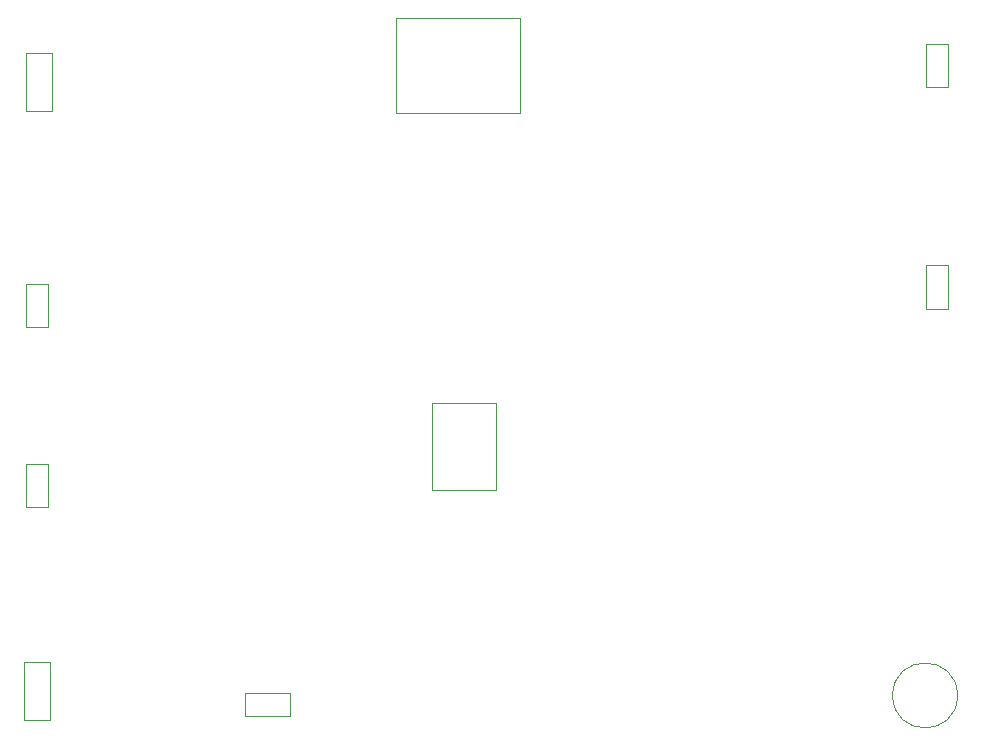
<source format=gbr>
%TF.GenerationSoftware,KiCad,Pcbnew,(6.0.10-0)*%
%TF.CreationDate,2023-02-14T13:22:42-08:00*%
%TF.ProjectId,lab4 exercise2,6c616234-2065-4786-9572-63697365322e,rev?*%
%TF.SameCoordinates,Original*%
%TF.FileFunction,Other,User*%
%FSLAX46Y46*%
G04 Gerber Fmt 4.6, Leading zero omitted, Abs format (unit mm)*
G04 Created by KiCad (PCBNEW (6.0.10-0)) date 2023-02-14 13:22:42*
%MOMM*%
%LPD*%
G01*
G04 APERTURE LIST*
%ADD10C,0.050000*%
G04 APERTURE END LIST*
D10*
%TO.C,U1*%
X119790000Y-97150000D02*
X119790000Y-104550000D01*
X119790000Y-104550000D02*
X125190000Y-104550000D01*
X125190000Y-104550000D02*
X125190000Y-97150000D01*
X125190000Y-97150000D02*
X119790000Y-97150000D01*
%TO.C,J1*%
X116750000Y-64580000D02*
X116750000Y-72580000D01*
X127250000Y-72580000D02*
X116750000Y-72580000D01*
X127250000Y-72580000D02*
X127250000Y-64580000D01*
X116750000Y-64580000D02*
X127250000Y-64580000D01*
%TO.C,R2*%
X161610000Y-89210000D02*
X161610000Y-85510000D01*
X163510000Y-85510000D02*
X163510000Y-89210000D01*
X163510000Y-89210000D02*
X161610000Y-89210000D01*
X161610000Y-85510000D02*
X163510000Y-85510000D01*
%TO.C,R4*%
X85410000Y-102290000D02*
X87310000Y-102290000D01*
X87310000Y-105990000D02*
X85410000Y-105990000D01*
X87310000Y-102290000D02*
X87310000Y-105990000D01*
X85410000Y-105990000D02*
X85410000Y-102290000D01*
%TO.C,D2*%
X85240000Y-124000000D02*
X85240000Y-119100000D01*
X85240000Y-119100000D02*
X87480000Y-119100000D01*
X87480000Y-124000000D02*
X85240000Y-124000000D01*
X87480000Y-119100000D02*
X87480000Y-124000000D01*
%TO.C,R1*%
X163510000Y-66730000D02*
X163510000Y-70430000D01*
X163510000Y-70430000D02*
X161610000Y-70430000D01*
X161610000Y-66730000D02*
X163510000Y-66730000D01*
X161610000Y-70430000D02*
X161610000Y-66730000D01*
%TO.C,R3*%
X87310000Y-87050000D02*
X87310000Y-90750000D01*
X85410000Y-87050000D02*
X87310000Y-87050000D01*
X87310000Y-90750000D02*
X85410000Y-90750000D01*
X85410000Y-90750000D02*
X85410000Y-87050000D01*
%TO.C,C2*%
X107776244Y-121675000D02*
X107776244Y-123635000D01*
X104016244Y-123635000D02*
X104016244Y-121675000D01*
X107776244Y-123635000D02*
X104016244Y-123635000D01*
X104016244Y-121675000D02*
X107776244Y-121675000D01*
%TO.C,D1*%
X87675000Y-72455000D02*
X85435000Y-72455000D01*
X85435000Y-67555000D02*
X87675000Y-67555000D01*
X87675000Y-67555000D02*
X87675000Y-72455000D01*
X85435000Y-72455000D02*
X85435000Y-67555000D01*
%TO.C,C1*%
X164310000Y-121920000D02*
G75*
G03*
X164310000Y-121920000I-2750000J0D01*
G01*
%TD*%
M02*

</source>
